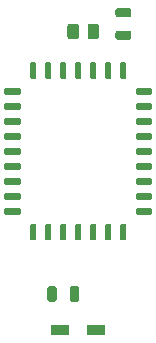
<source format=gtp>
G04 #@! TF.GenerationSoftware,KiCad,Pcbnew,(5.1.5-0-10_14)*
G04 #@! TF.CreationDate,2020-12-14T09:21:21-05:00*
G04 #@! TF.ProjectId,GW28R8128,47573238-5238-4313-9238-2e6b69636164,rev?*
G04 #@! TF.SameCoordinates,Original*
G04 #@! TF.FileFunction,Paste,Top*
G04 #@! TF.FilePolarity,Positive*
%FSLAX46Y46*%
G04 Gerber Fmt 4.6, Leading zero omitted, Abs format (unit mm)*
G04 Created by KiCad (PCBNEW (5.1.5-0-10_14)) date 2020-12-14 09:21:21*
%MOMM*%
%LPD*%
G04 APERTURE LIST*
%ADD10C,0.100000*%
%ADD11R,1.623800X0.823800*%
G04 APERTURE END LIST*
D10*
G36*
X49673785Y-29293731D02*
G01*
X49686497Y-29295616D01*
X49698963Y-29298739D01*
X49711062Y-29303068D01*
X49722679Y-29308562D01*
X49733702Y-29315169D01*
X49744024Y-29322824D01*
X49753546Y-29331454D01*
X49762176Y-29340976D01*
X49769831Y-29351298D01*
X49776438Y-29362321D01*
X49781932Y-29373938D01*
X49786261Y-29386037D01*
X49789384Y-29398503D01*
X49791269Y-29411215D01*
X49791900Y-29424050D01*
X49791900Y-30560950D01*
X49791269Y-30573785D01*
X49789384Y-30586497D01*
X49786261Y-30598963D01*
X49781932Y-30611062D01*
X49776438Y-30622679D01*
X49769831Y-30633702D01*
X49762176Y-30644024D01*
X49753546Y-30653546D01*
X49744024Y-30662176D01*
X49733702Y-30669831D01*
X49722679Y-30676438D01*
X49711062Y-30681932D01*
X49698963Y-30686261D01*
X49686497Y-30689384D01*
X49673785Y-30691269D01*
X49660950Y-30691900D01*
X49399050Y-30691900D01*
X49386215Y-30691269D01*
X49373503Y-30689384D01*
X49361037Y-30686261D01*
X49348938Y-30681932D01*
X49337321Y-30676438D01*
X49326298Y-30669831D01*
X49315976Y-30662176D01*
X49306454Y-30653546D01*
X49297824Y-30644024D01*
X49290169Y-30633702D01*
X49283562Y-30622679D01*
X49278068Y-30611062D01*
X49273739Y-30598963D01*
X49270616Y-30586497D01*
X49268731Y-30573785D01*
X49268100Y-30560950D01*
X49268100Y-29424050D01*
X49268731Y-29411215D01*
X49270616Y-29398503D01*
X49273739Y-29386037D01*
X49278068Y-29373938D01*
X49283562Y-29362321D01*
X49290169Y-29351298D01*
X49297824Y-29340976D01*
X49306454Y-29331454D01*
X49315976Y-29322824D01*
X49326298Y-29315169D01*
X49337321Y-29308562D01*
X49348938Y-29303068D01*
X49361037Y-29298739D01*
X49373503Y-29295616D01*
X49386215Y-29293731D01*
X49399050Y-29293100D01*
X49660950Y-29293100D01*
X49673785Y-29293731D01*
G37*
G36*
X50943785Y-29293731D02*
G01*
X50956497Y-29295616D01*
X50968963Y-29298739D01*
X50981062Y-29303068D01*
X50992679Y-29308562D01*
X51003702Y-29315169D01*
X51014024Y-29322824D01*
X51023546Y-29331454D01*
X51032176Y-29340976D01*
X51039831Y-29351298D01*
X51046438Y-29362321D01*
X51051932Y-29373938D01*
X51056261Y-29386037D01*
X51059384Y-29398503D01*
X51061269Y-29411215D01*
X51061900Y-29424050D01*
X51061900Y-30560950D01*
X51061269Y-30573785D01*
X51059384Y-30586497D01*
X51056261Y-30598963D01*
X51051932Y-30611062D01*
X51046438Y-30622679D01*
X51039831Y-30633702D01*
X51032176Y-30644024D01*
X51023546Y-30653546D01*
X51014024Y-30662176D01*
X51003702Y-30669831D01*
X50992679Y-30676438D01*
X50981062Y-30681932D01*
X50968963Y-30686261D01*
X50956497Y-30689384D01*
X50943785Y-30691269D01*
X50930950Y-30691900D01*
X50669050Y-30691900D01*
X50656215Y-30691269D01*
X50643503Y-30689384D01*
X50631037Y-30686261D01*
X50618938Y-30681932D01*
X50607321Y-30676438D01*
X50596298Y-30669831D01*
X50585976Y-30662176D01*
X50576454Y-30653546D01*
X50567824Y-30644024D01*
X50560169Y-30633702D01*
X50553562Y-30622679D01*
X50548068Y-30611062D01*
X50543739Y-30598963D01*
X50540616Y-30586497D01*
X50538731Y-30573785D01*
X50538100Y-30560950D01*
X50538100Y-29424050D01*
X50538731Y-29411215D01*
X50540616Y-29398503D01*
X50543739Y-29386037D01*
X50548068Y-29373938D01*
X50553562Y-29362321D01*
X50560169Y-29351298D01*
X50567824Y-29340976D01*
X50576454Y-29331454D01*
X50585976Y-29322824D01*
X50596298Y-29315169D01*
X50607321Y-29308562D01*
X50618938Y-29303068D01*
X50631037Y-29298739D01*
X50643503Y-29295616D01*
X50656215Y-29293731D01*
X50669050Y-29293100D01*
X50930950Y-29293100D01*
X50943785Y-29293731D01*
G37*
G36*
X52213785Y-29293731D02*
G01*
X52226497Y-29295616D01*
X52238963Y-29298739D01*
X52251062Y-29303068D01*
X52262679Y-29308562D01*
X52273702Y-29315169D01*
X52284024Y-29322824D01*
X52293546Y-29331454D01*
X52302176Y-29340976D01*
X52309831Y-29351298D01*
X52316438Y-29362321D01*
X52321932Y-29373938D01*
X52326261Y-29386037D01*
X52329384Y-29398503D01*
X52331269Y-29411215D01*
X52331900Y-29424050D01*
X52331900Y-30560950D01*
X52331269Y-30573785D01*
X52329384Y-30586497D01*
X52326261Y-30598963D01*
X52321932Y-30611062D01*
X52316438Y-30622679D01*
X52309831Y-30633702D01*
X52302176Y-30644024D01*
X52293546Y-30653546D01*
X52284024Y-30662176D01*
X52273702Y-30669831D01*
X52262679Y-30676438D01*
X52251062Y-30681932D01*
X52238963Y-30686261D01*
X52226497Y-30689384D01*
X52213785Y-30691269D01*
X52200950Y-30691900D01*
X51939050Y-30691900D01*
X51926215Y-30691269D01*
X51913503Y-30689384D01*
X51901037Y-30686261D01*
X51888938Y-30681932D01*
X51877321Y-30676438D01*
X51866298Y-30669831D01*
X51855976Y-30662176D01*
X51846454Y-30653546D01*
X51837824Y-30644024D01*
X51830169Y-30633702D01*
X51823562Y-30622679D01*
X51818068Y-30611062D01*
X51813739Y-30598963D01*
X51810616Y-30586497D01*
X51808731Y-30573785D01*
X51808100Y-30560950D01*
X51808100Y-29424050D01*
X51808731Y-29411215D01*
X51810616Y-29398503D01*
X51813739Y-29386037D01*
X51818068Y-29373938D01*
X51823562Y-29362321D01*
X51830169Y-29351298D01*
X51837824Y-29340976D01*
X51846454Y-29331454D01*
X51855976Y-29322824D01*
X51866298Y-29315169D01*
X51877321Y-29308562D01*
X51888938Y-29303068D01*
X51901037Y-29298739D01*
X51913503Y-29295616D01*
X51926215Y-29293731D01*
X51939050Y-29293100D01*
X52200950Y-29293100D01*
X52213785Y-29293731D01*
G37*
G36*
X54403785Y-31488731D02*
G01*
X54416497Y-31490616D01*
X54428963Y-31493739D01*
X54441062Y-31498068D01*
X54452679Y-31503562D01*
X54463702Y-31510169D01*
X54474024Y-31517824D01*
X54483546Y-31526454D01*
X54492176Y-31535976D01*
X54499831Y-31546298D01*
X54506438Y-31557321D01*
X54511932Y-31568938D01*
X54516261Y-31581037D01*
X54519384Y-31593503D01*
X54521269Y-31606215D01*
X54521900Y-31619050D01*
X54521900Y-31880950D01*
X54521269Y-31893785D01*
X54519384Y-31906497D01*
X54516261Y-31918963D01*
X54511932Y-31931062D01*
X54506438Y-31942679D01*
X54499831Y-31953702D01*
X54492176Y-31964024D01*
X54483546Y-31973546D01*
X54474024Y-31982176D01*
X54463702Y-31989831D01*
X54452679Y-31996438D01*
X54441062Y-32001932D01*
X54428963Y-32006261D01*
X54416497Y-32009384D01*
X54403785Y-32011269D01*
X54390950Y-32011900D01*
X53254050Y-32011900D01*
X53241215Y-32011269D01*
X53228503Y-32009384D01*
X53216037Y-32006261D01*
X53203938Y-32001932D01*
X53192321Y-31996438D01*
X53181298Y-31989831D01*
X53170976Y-31982176D01*
X53161454Y-31973546D01*
X53152824Y-31964024D01*
X53145169Y-31953702D01*
X53138562Y-31942679D01*
X53133068Y-31931062D01*
X53128739Y-31918963D01*
X53125616Y-31906497D01*
X53123731Y-31893785D01*
X53123100Y-31880950D01*
X53123100Y-31619050D01*
X53123731Y-31606215D01*
X53125616Y-31593503D01*
X53128739Y-31581037D01*
X53133068Y-31568938D01*
X53138562Y-31557321D01*
X53145169Y-31546298D01*
X53152824Y-31535976D01*
X53161454Y-31526454D01*
X53170976Y-31517824D01*
X53181298Y-31510169D01*
X53192321Y-31503562D01*
X53203938Y-31498068D01*
X53216037Y-31493739D01*
X53228503Y-31490616D01*
X53241215Y-31488731D01*
X53254050Y-31488100D01*
X54390950Y-31488100D01*
X54403785Y-31488731D01*
G37*
G36*
X54403785Y-32758731D02*
G01*
X54416497Y-32760616D01*
X54428963Y-32763739D01*
X54441062Y-32768068D01*
X54452679Y-32773562D01*
X54463702Y-32780169D01*
X54474024Y-32787824D01*
X54483546Y-32796454D01*
X54492176Y-32805976D01*
X54499831Y-32816298D01*
X54506438Y-32827321D01*
X54511932Y-32838938D01*
X54516261Y-32851037D01*
X54519384Y-32863503D01*
X54521269Y-32876215D01*
X54521900Y-32889050D01*
X54521900Y-33150950D01*
X54521269Y-33163785D01*
X54519384Y-33176497D01*
X54516261Y-33188963D01*
X54511932Y-33201062D01*
X54506438Y-33212679D01*
X54499831Y-33223702D01*
X54492176Y-33234024D01*
X54483546Y-33243546D01*
X54474024Y-33252176D01*
X54463702Y-33259831D01*
X54452679Y-33266438D01*
X54441062Y-33271932D01*
X54428963Y-33276261D01*
X54416497Y-33279384D01*
X54403785Y-33281269D01*
X54390950Y-33281900D01*
X53254050Y-33281900D01*
X53241215Y-33281269D01*
X53228503Y-33279384D01*
X53216037Y-33276261D01*
X53203938Y-33271932D01*
X53192321Y-33266438D01*
X53181298Y-33259831D01*
X53170976Y-33252176D01*
X53161454Y-33243546D01*
X53152824Y-33234024D01*
X53145169Y-33223702D01*
X53138562Y-33212679D01*
X53133068Y-33201062D01*
X53128739Y-33188963D01*
X53125616Y-33176497D01*
X53123731Y-33163785D01*
X53123100Y-33150950D01*
X53123100Y-32889050D01*
X53123731Y-32876215D01*
X53125616Y-32863503D01*
X53128739Y-32851037D01*
X53133068Y-32838938D01*
X53138562Y-32827321D01*
X53145169Y-32816298D01*
X53152824Y-32805976D01*
X53161454Y-32796454D01*
X53170976Y-32787824D01*
X53181298Y-32780169D01*
X53192321Y-32773562D01*
X53203938Y-32768068D01*
X53216037Y-32763739D01*
X53228503Y-32760616D01*
X53241215Y-32758731D01*
X53254050Y-32758100D01*
X54390950Y-32758100D01*
X54403785Y-32758731D01*
G37*
G36*
X54403785Y-34028731D02*
G01*
X54416497Y-34030616D01*
X54428963Y-34033739D01*
X54441062Y-34038068D01*
X54452679Y-34043562D01*
X54463702Y-34050169D01*
X54474024Y-34057824D01*
X54483546Y-34066454D01*
X54492176Y-34075976D01*
X54499831Y-34086298D01*
X54506438Y-34097321D01*
X54511932Y-34108938D01*
X54516261Y-34121037D01*
X54519384Y-34133503D01*
X54521269Y-34146215D01*
X54521900Y-34159050D01*
X54521900Y-34420950D01*
X54521269Y-34433785D01*
X54519384Y-34446497D01*
X54516261Y-34458963D01*
X54511932Y-34471062D01*
X54506438Y-34482679D01*
X54499831Y-34493702D01*
X54492176Y-34504024D01*
X54483546Y-34513546D01*
X54474024Y-34522176D01*
X54463702Y-34529831D01*
X54452679Y-34536438D01*
X54441062Y-34541932D01*
X54428963Y-34546261D01*
X54416497Y-34549384D01*
X54403785Y-34551269D01*
X54390950Y-34551900D01*
X53254050Y-34551900D01*
X53241215Y-34551269D01*
X53228503Y-34549384D01*
X53216037Y-34546261D01*
X53203938Y-34541932D01*
X53192321Y-34536438D01*
X53181298Y-34529831D01*
X53170976Y-34522176D01*
X53161454Y-34513546D01*
X53152824Y-34504024D01*
X53145169Y-34493702D01*
X53138562Y-34482679D01*
X53133068Y-34471062D01*
X53128739Y-34458963D01*
X53125616Y-34446497D01*
X53123731Y-34433785D01*
X53123100Y-34420950D01*
X53123100Y-34159050D01*
X53123731Y-34146215D01*
X53125616Y-34133503D01*
X53128739Y-34121037D01*
X53133068Y-34108938D01*
X53138562Y-34097321D01*
X53145169Y-34086298D01*
X53152824Y-34075976D01*
X53161454Y-34066454D01*
X53170976Y-34057824D01*
X53181298Y-34050169D01*
X53192321Y-34043562D01*
X53203938Y-34038068D01*
X53216037Y-34033739D01*
X53228503Y-34030616D01*
X53241215Y-34028731D01*
X53254050Y-34028100D01*
X54390950Y-34028100D01*
X54403785Y-34028731D01*
G37*
G36*
X54403785Y-35298731D02*
G01*
X54416497Y-35300616D01*
X54428963Y-35303739D01*
X54441062Y-35308068D01*
X54452679Y-35313562D01*
X54463702Y-35320169D01*
X54474024Y-35327824D01*
X54483546Y-35336454D01*
X54492176Y-35345976D01*
X54499831Y-35356298D01*
X54506438Y-35367321D01*
X54511932Y-35378938D01*
X54516261Y-35391037D01*
X54519384Y-35403503D01*
X54521269Y-35416215D01*
X54521900Y-35429050D01*
X54521900Y-35690950D01*
X54521269Y-35703785D01*
X54519384Y-35716497D01*
X54516261Y-35728963D01*
X54511932Y-35741062D01*
X54506438Y-35752679D01*
X54499831Y-35763702D01*
X54492176Y-35774024D01*
X54483546Y-35783546D01*
X54474024Y-35792176D01*
X54463702Y-35799831D01*
X54452679Y-35806438D01*
X54441062Y-35811932D01*
X54428963Y-35816261D01*
X54416497Y-35819384D01*
X54403785Y-35821269D01*
X54390950Y-35821900D01*
X53254050Y-35821900D01*
X53241215Y-35821269D01*
X53228503Y-35819384D01*
X53216037Y-35816261D01*
X53203938Y-35811932D01*
X53192321Y-35806438D01*
X53181298Y-35799831D01*
X53170976Y-35792176D01*
X53161454Y-35783546D01*
X53152824Y-35774024D01*
X53145169Y-35763702D01*
X53138562Y-35752679D01*
X53133068Y-35741062D01*
X53128739Y-35728963D01*
X53125616Y-35716497D01*
X53123731Y-35703785D01*
X53123100Y-35690950D01*
X53123100Y-35429050D01*
X53123731Y-35416215D01*
X53125616Y-35403503D01*
X53128739Y-35391037D01*
X53133068Y-35378938D01*
X53138562Y-35367321D01*
X53145169Y-35356298D01*
X53152824Y-35345976D01*
X53161454Y-35336454D01*
X53170976Y-35327824D01*
X53181298Y-35320169D01*
X53192321Y-35313562D01*
X53203938Y-35308068D01*
X53216037Y-35303739D01*
X53228503Y-35300616D01*
X53241215Y-35298731D01*
X53254050Y-35298100D01*
X54390950Y-35298100D01*
X54403785Y-35298731D01*
G37*
G36*
X54403785Y-36568731D02*
G01*
X54416497Y-36570616D01*
X54428963Y-36573739D01*
X54441062Y-36578068D01*
X54452679Y-36583562D01*
X54463702Y-36590169D01*
X54474024Y-36597824D01*
X54483546Y-36606454D01*
X54492176Y-36615976D01*
X54499831Y-36626298D01*
X54506438Y-36637321D01*
X54511932Y-36648938D01*
X54516261Y-36661037D01*
X54519384Y-36673503D01*
X54521269Y-36686215D01*
X54521900Y-36699050D01*
X54521900Y-36960950D01*
X54521269Y-36973785D01*
X54519384Y-36986497D01*
X54516261Y-36998963D01*
X54511932Y-37011062D01*
X54506438Y-37022679D01*
X54499831Y-37033702D01*
X54492176Y-37044024D01*
X54483546Y-37053546D01*
X54474024Y-37062176D01*
X54463702Y-37069831D01*
X54452679Y-37076438D01*
X54441062Y-37081932D01*
X54428963Y-37086261D01*
X54416497Y-37089384D01*
X54403785Y-37091269D01*
X54390950Y-37091900D01*
X53254050Y-37091900D01*
X53241215Y-37091269D01*
X53228503Y-37089384D01*
X53216037Y-37086261D01*
X53203938Y-37081932D01*
X53192321Y-37076438D01*
X53181298Y-37069831D01*
X53170976Y-37062176D01*
X53161454Y-37053546D01*
X53152824Y-37044024D01*
X53145169Y-37033702D01*
X53138562Y-37022679D01*
X53133068Y-37011062D01*
X53128739Y-36998963D01*
X53125616Y-36986497D01*
X53123731Y-36973785D01*
X53123100Y-36960950D01*
X53123100Y-36699050D01*
X53123731Y-36686215D01*
X53125616Y-36673503D01*
X53128739Y-36661037D01*
X53133068Y-36648938D01*
X53138562Y-36637321D01*
X53145169Y-36626298D01*
X53152824Y-36615976D01*
X53161454Y-36606454D01*
X53170976Y-36597824D01*
X53181298Y-36590169D01*
X53192321Y-36583562D01*
X53203938Y-36578068D01*
X53216037Y-36573739D01*
X53228503Y-36570616D01*
X53241215Y-36568731D01*
X53254050Y-36568100D01*
X54390950Y-36568100D01*
X54403785Y-36568731D01*
G37*
G36*
X54403785Y-37838731D02*
G01*
X54416497Y-37840616D01*
X54428963Y-37843739D01*
X54441062Y-37848068D01*
X54452679Y-37853562D01*
X54463702Y-37860169D01*
X54474024Y-37867824D01*
X54483546Y-37876454D01*
X54492176Y-37885976D01*
X54499831Y-37896298D01*
X54506438Y-37907321D01*
X54511932Y-37918938D01*
X54516261Y-37931037D01*
X54519384Y-37943503D01*
X54521269Y-37956215D01*
X54521900Y-37969050D01*
X54521900Y-38230950D01*
X54521269Y-38243785D01*
X54519384Y-38256497D01*
X54516261Y-38268963D01*
X54511932Y-38281062D01*
X54506438Y-38292679D01*
X54499831Y-38303702D01*
X54492176Y-38314024D01*
X54483546Y-38323546D01*
X54474024Y-38332176D01*
X54463702Y-38339831D01*
X54452679Y-38346438D01*
X54441062Y-38351932D01*
X54428963Y-38356261D01*
X54416497Y-38359384D01*
X54403785Y-38361269D01*
X54390950Y-38361900D01*
X53254050Y-38361900D01*
X53241215Y-38361269D01*
X53228503Y-38359384D01*
X53216037Y-38356261D01*
X53203938Y-38351932D01*
X53192321Y-38346438D01*
X53181298Y-38339831D01*
X53170976Y-38332176D01*
X53161454Y-38323546D01*
X53152824Y-38314024D01*
X53145169Y-38303702D01*
X53138562Y-38292679D01*
X53133068Y-38281062D01*
X53128739Y-38268963D01*
X53125616Y-38256497D01*
X53123731Y-38243785D01*
X53123100Y-38230950D01*
X53123100Y-37969050D01*
X53123731Y-37956215D01*
X53125616Y-37943503D01*
X53128739Y-37931037D01*
X53133068Y-37918938D01*
X53138562Y-37907321D01*
X53145169Y-37896298D01*
X53152824Y-37885976D01*
X53161454Y-37876454D01*
X53170976Y-37867824D01*
X53181298Y-37860169D01*
X53192321Y-37853562D01*
X53203938Y-37848068D01*
X53216037Y-37843739D01*
X53228503Y-37840616D01*
X53241215Y-37838731D01*
X53254050Y-37838100D01*
X54390950Y-37838100D01*
X54403785Y-37838731D01*
G37*
G36*
X54403785Y-39108731D02*
G01*
X54416497Y-39110616D01*
X54428963Y-39113739D01*
X54441062Y-39118068D01*
X54452679Y-39123562D01*
X54463702Y-39130169D01*
X54474024Y-39137824D01*
X54483546Y-39146454D01*
X54492176Y-39155976D01*
X54499831Y-39166298D01*
X54506438Y-39177321D01*
X54511932Y-39188938D01*
X54516261Y-39201037D01*
X54519384Y-39213503D01*
X54521269Y-39226215D01*
X54521900Y-39239050D01*
X54521900Y-39500950D01*
X54521269Y-39513785D01*
X54519384Y-39526497D01*
X54516261Y-39538963D01*
X54511932Y-39551062D01*
X54506438Y-39562679D01*
X54499831Y-39573702D01*
X54492176Y-39584024D01*
X54483546Y-39593546D01*
X54474024Y-39602176D01*
X54463702Y-39609831D01*
X54452679Y-39616438D01*
X54441062Y-39621932D01*
X54428963Y-39626261D01*
X54416497Y-39629384D01*
X54403785Y-39631269D01*
X54390950Y-39631900D01*
X53254050Y-39631900D01*
X53241215Y-39631269D01*
X53228503Y-39629384D01*
X53216037Y-39626261D01*
X53203938Y-39621932D01*
X53192321Y-39616438D01*
X53181298Y-39609831D01*
X53170976Y-39602176D01*
X53161454Y-39593546D01*
X53152824Y-39584024D01*
X53145169Y-39573702D01*
X53138562Y-39562679D01*
X53133068Y-39551062D01*
X53128739Y-39538963D01*
X53125616Y-39526497D01*
X53123731Y-39513785D01*
X53123100Y-39500950D01*
X53123100Y-39239050D01*
X53123731Y-39226215D01*
X53125616Y-39213503D01*
X53128739Y-39201037D01*
X53133068Y-39188938D01*
X53138562Y-39177321D01*
X53145169Y-39166298D01*
X53152824Y-39155976D01*
X53161454Y-39146454D01*
X53170976Y-39137824D01*
X53181298Y-39130169D01*
X53192321Y-39123562D01*
X53203938Y-39118068D01*
X53216037Y-39113739D01*
X53228503Y-39110616D01*
X53241215Y-39108731D01*
X53254050Y-39108100D01*
X54390950Y-39108100D01*
X54403785Y-39108731D01*
G37*
G36*
X54403785Y-40378731D02*
G01*
X54416497Y-40380616D01*
X54428963Y-40383739D01*
X54441062Y-40388068D01*
X54452679Y-40393562D01*
X54463702Y-40400169D01*
X54474024Y-40407824D01*
X54483546Y-40416454D01*
X54492176Y-40425976D01*
X54499831Y-40436298D01*
X54506438Y-40447321D01*
X54511932Y-40458938D01*
X54516261Y-40471037D01*
X54519384Y-40483503D01*
X54521269Y-40496215D01*
X54521900Y-40509050D01*
X54521900Y-40770950D01*
X54521269Y-40783785D01*
X54519384Y-40796497D01*
X54516261Y-40808963D01*
X54511932Y-40821062D01*
X54506438Y-40832679D01*
X54499831Y-40843702D01*
X54492176Y-40854024D01*
X54483546Y-40863546D01*
X54474024Y-40872176D01*
X54463702Y-40879831D01*
X54452679Y-40886438D01*
X54441062Y-40891932D01*
X54428963Y-40896261D01*
X54416497Y-40899384D01*
X54403785Y-40901269D01*
X54390950Y-40901900D01*
X53254050Y-40901900D01*
X53241215Y-40901269D01*
X53228503Y-40899384D01*
X53216037Y-40896261D01*
X53203938Y-40891932D01*
X53192321Y-40886438D01*
X53181298Y-40879831D01*
X53170976Y-40872176D01*
X53161454Y-40863546D01*
X53152824Y-40854024D01*
X53145169Y-40843702D01*
X53138562Y-40832679D01*
X53133068Y-40821062D01*
X53128739Y-40808963D01*
X53125616Y-40796497D01*
X53123731Y-40783785D01*
X53123100Y-40770950D01*
X53123100Y-40509050D01*
X53123731Y-40496215D01*
X53125616Y-40483503D01*
X53128739Y-40471037D01*
X53133068Y-40458938D01*
X53138562Y-40447321D01*
X53145169Y-40436298D01*
X53152824Y-40425976D01*
X53161454Y-40416454D01*
X53170976Y-40407824D01*
X53181298Y-40400169D01*
X53192321Y-40393562D01*
X53203938Y-40388068D01*
X53216037Y-40383739D01*
X53228503Y-40380616D01*
X53241215Y-40378731D01*
X53254050Y-40378100D01*
X54390950Y-40378100D01*
X54403785Y-40378731D01*
G37*
G36*
X54403785Y-41648731D02*
G01*
X54416497Y-41650616D01*
X54428963Y-41653739D01*
X54441062Y-41658068D01*
X54452679Y-41663562D01*
X54463702Y-41670169D01*
X54474024Y-41677824D01*
X54483546Y-41686454D01*
X54492176Y-41695976D01*
X54499831Y-41706298D01*
X54506438Y-41717321D01*
X54511932Y-41728938D01*
X54516261Y-41741037D01*
X54519384Y-41753503D01*
X54521269Y-41766215D01*
X54521900Y-41779050D01*
X54521900Y-42040950D01*
X54521269Y-42053785D01*
X54519384Y-42066497D01*
X54516261Y-42078963D01*
X54511932Y-42091062D01*
X54506438Y-42102679D01*
X54499831Y-42113702D01*
X54492176Y-42124024D01*
X54483546Y-42133546D01*
X54474024Y-42142176D01*
X54463702Y-42149831D01*
X54452679Y-42156438D01*
X54441062Y-42161932D01*
X54428963Y-42166261D01*
X54416497Y-42169384D01*
X54403785Y-42171269D01*
X54390950Y-42171900D01*
X53254050Y-42171900D01*
X53241215Y-42171269D01*
X53228503Y-42169384D01*
X53216037Y-42166261D01*
X53203938Y-42161932D01*
X53192321Y-42156438D01*
X53181298Y-42149831D01*
X53170976Y-42142176D01*
X53161454Y-42133546D01*
X53152824Y-42124024D01*
X53145169Y-42113702D01*
X53138562Y-42102679D01*
X53133068Y-42091062D01*
X53128739Y-42078963D01*
X53125616Y-42066497D01*
X53123731Y-42053785D01*
X53123100Y-42040950D01*
X53123100Y-41779050D01*
X53123731Y-41766215D01*
X53125616Y-41753503D01*
X53128739Y-41741037D01*
X53133068Y-41728938D01*
X53138562Y-41717321D01*
X53145169Y-41706298D01*
X53152824Y-41695976D01*
X53161454Y-41686454D01*
X53170976Y-41677824D01*
X53181298Y-41670169D01*
X53192321Y-41663562D01*
X53203938Y-41658068D01*
X53216037Y-41653739D01*
X53228503Y-41650616D01*
X53241215Y-41648731D01*
X53254050Y-41648100D01*
X54390950Y-41648100D01*
X54403785Y-41648731D01*
G37*
G36*
X52213785Y-42968731D02*
G01*
X52226497Y-42970616D01*
X52238963Y-42973739D01*
X52251062Y-42978068D01*
X52262679Y-42983562D01*
X52273702Y-42990169D01*
X52284024Y-42997824D01*
X52293546Y-43006454D01*
X52302176Y-43015976D01*
X52309831Y-43026298D01*
X52316438Y-43037321D01*
X52321932Y-43048938D01*
X52326261Y-43061037D01*
X52329384Y-43073503D01*
X52331269Y-43086215D01*
X52331900Y-43099050D01*
X52331900Y-44235950D01*
X52331269Y-44248785D01*
X52329384Y-44261497D01*
X52326261Y-44273963D01*
X52321932Y-44286062D01*
X52316438Y-44297679D01*
X52309831Y-44308702D01*
X52302176Y-44319024D01*
X52293546Y-44328546D01*
X52284024Y-44337176D01*
X52273702Y-44344831D01*
X52262679Y-44351438D01*
X52251062Y-44356932D01*
X52238963Y-44361261D01*
X52226497Y-44364384D01*
X52213785Y-44366269D01*
X52200950Y-44366900D01*
X51939050Y-44366900D01*
X51926215Y-44366269D01*
X51913503Y-44364384D01*
X51901037Y-44361261D01*
X51888938Y-44356932D01*
X51877321Y-44351438D01*
X51866298Y-44344831D01*
X51855976Y-44337176D01*
X51846454Y-44328546D01*
X51837824Y-44319024D01*
X51830169Y-44308702D01*
X51823562Y-44297679D01*
X51818068Y-44286062D01*
X51813739Y-44273963D01*
X51810616Y-44261497D01*
X51808731Y-44248785D01*
X51808100Y-44235950D01*
X51808100Y-43099050D01*
X51808731Y-43086215D01*
X51810616Y-43073503D01*
X51813739Y-43061037D01*
X51818068Y-43048938D01*
X51823562Y-43037321D01*
X51830169Y-43026298D01*
X51837824Y-43015976D01*
X51846454Y-43006454D01*
X51855976Y-42997824D01*
X51866298Y-42990169D01*
X51877321Y-42983562D01*
X51888938Y-42978068D01*
X51901037Y-42973739D01*
X51913503Y-42970616D01*
X51926215Y-42968731D01*
X51939050Y-42968100D01*
X52200950Y-42968100D01*
X52213785Y-42968731D01*
G37*
G36*
X50943785Y-42968731D02*
G01*
X50956497Y-42970616D01*
X50968963Y-42973739D01*
X50981062Y-42978068D01*
X50992679Y-42983562D01*
X51003702Y-42990169D01*
X51014024Y-42997824D01*
X51023546Y-43006454D01*
X51032176Y-43015976D01*
X51039831Y-43026298D01*
X51046438Y-43037321D01*
X51051932Y-43048938D01*
X51056261Y-43061037D01*
X51059384Y-43073503D01*
X51061269Y-43086215D01*
X51061900Y-43099050D01*
X51061900Y-44235950D01*
X51061269Y-44248785D01*
X51059384Y-44261497D01*
X51056261Y-44273963D01*
X51051932Y-44286062D01*
X51046438Y-44297679D01*
X51039831Y-44308702D01*
X51032176Y-44319024D01*
X51023546Y-44328546D01*
X51014024Y-44337176D01*
X51003702Y-44344831D01*
X50992679Y-44351438D01*
X50981062Y-44356932D01*
X50968963Y-44361261D01*
X50956497Y-44364384D01*
X50943785Y-44366269D01*
X50930950Y-44366900D01*
X50669050Y-44366900D01*
X50656215Y-44366269D01*
X50643503Y-44364384D01*
X50631037Y-44361261D01*
X50618938Y-44356932D01*
X50607321Y-44351438D01*
X50596298Y-44344831D01*
X50585976Y-44337176D01*
X50576454Y-44328546D01*
X50567824Y-44319024D01*
X50560169Y-44308702D01*
X50553562Y-44297679D01*
X50548068Y-44286062D01*
X50543739Y-44273963D01*
X50540616Y-44261497D01*
X50538731Y-44248785D01*
X50538100Y-44235950D01*
X50538100Y-43099050D01*
X50538731Y-43086215D01*
X50540616Y-43073503D01*
X50543739Y-43061037D01*
X50548068Y-43048938D01*
X50553562Y-43037321D01*
X50560169Y-43026298D01*
X50567824Y-43015976D01*
X50576454Y-43006454D01*
X50585976Y-42997824D01*
X50596298Y-42990169D01*
X50607321Y-42983562D01*
X50618938Y-42978068D01*
X50631037Y-42973739D01*
X50643503Y-42970616D01*
X50656215Y-42968731D01*
X50669050Y-42968100D01*
X50930950Y-42968100D01*
X50943785Y-42968731D01*
G37*
G36*
X49673785Y-42968731D02*
G01*
X49686497Y-42970616D01*
X49698963Y-42973739D01*
X49711062Y-42978068D01*
X49722679Y-42983562D01*
X49733702Y-42990169D01*
X49744024Y-42997824D01*
X49753546Y-43006454D01*
X49762176Y-43015976D01*
X49769831Y-43026298D01*
X49776438Y-43037321D01*
X49781932Y-43048938D01*
X49786261Y-43061037D01*
X49789384Y-43073503D01*
X49791269Y-43086215D01*
X49791900Y-43099050D01*
X49791900Y-44235950D01*
X49791269Y-44248785D01*
X49789384Y-44261497D01*
X49786261Y-44273963D01*
X49781932Y-44286062D01*
X49776438Y-44297679D01*
X49769831Y-44308702D01*
X49762176Y-44319024D01*
X49753546Y-44328546D01*
X49744024Y-44337176D01*
X49733702Y-44344831D01*
X49722679Y-44351438D01*
X49711062Y-44356932D01*
X49698963Y-44361261D01*
X49686497Y-44364384D01*
X49673785Y-44366269D01*
X49660950Y-44366900D01*
X49399050Y-44366900D01*
X49386215Y-44366269D01*
X49373503Y-44364384D01*
X49361037Y-44361261D01*
X49348938Y-44356932D01*
X49337321Y-44351438D01*
X49326298Y-44344831D01*
X49315976Y-44337176D01*
X49306454Y-44328546D01*
X49297824Y-44319024D01*
X49290169Y-44308702D01*
X49283562Y-44297679D01*
X49278068Y-44286062D01*
X49273739Y-44273963D01*
X49270616Y-44261497D01*
X49268731Y-44248785D01*
X49268100Y-44235950D01*
X49268100Y-43099050D01*
X49268731Y-43086215D01*
X49270616Y-43073503D01*
X49273739Y-43061037D01*
X49278068Y-43048938D01*
X49283562Y-43037321D01*
X49290169Y-43026298D01*
X49297824Y-43015976D01*
X49306454Y-43006454D01*
X49315976Y-42997824D01*
X49326298Y-42990169D01*
X49337321Y-42983562D01*
X49348938Y-42978068D01*
X49361037Y-42973739D01*
X49373503Y-42970616D01*
X49386215Y-42968731D01*
X49399050Y-42968100D01*
X49660950Y-42968100D01*
X49673785Y-42968731D01*
G37*
G36*
X48403785Y-42968731D02*
G01*
X48416497Y-42970616D01*
X48428963Y-42973739D01*
X48441062Y-42978068D01*
X48452679Y-42983562D01*
X48463702Y-42990169D01*
X48474024Y-42997824D01*
X48483546Y-43006454D01*
X48492176Y-43015976D01*
X48499831Y-43026298D01*
X48506438Y-43037321D01*
X48511932Y-43048938D01*
X48516261Y-43061037D01*
X48519384Y-43073503D01*
X48521269Y-43086215D01*
X48521900Y-43099050D01*
X48521900Y-44235950D01*
X48521269Y-44248785D01*
X48519384Y-44261497D01*
X48516261Y-44273963D01*
X48511932Y-44286062D01*
X48506438Y-44297679D01*
X48499831Y-44308702D01*
X48492176Y-44319024D01*
X48483546Y-44328546D01*
X48474024Y-44337176D01*
X48463702Y-44344831D01*
X48452679Y-44351438D01*
X48441062Y-44356932D01*
X48428963Y-44361261D01*
X48416497Y-44364384D01*
X48403785Y-44366269D01*
X48390950Y-44366900D01*
X48129050Y-44366900D01*
X48116215Y-44366269D01*
X48103503Y-44364384D01*
X48091037Y-44361261D01*
X48078938Y-44356932D01*
X48067321Y-44351438D01*
X48056298Y-44344831D01*
X48045976Y-44337176D01*
X48036454Y-44328546D01*
X48027824Y-44319024D01*
X48020169Y-44308702D01*
X48013562Y-44297679D01*
X48008068Y-44286062D01*
X48003739Y-44273963D01*
X48000616Y-44261497D01*
X47998731Y-44248785D01*
X47998100Y-44235950D01*
X47998100Y-43099050D01*
X47998731Y-43086215D01*
X48000616Y-43073503D01*
X48003739Y-43061037D01*
X48008068Y-43048938D01*
X48013562Y-43037321D01*
X48020169Y-43026298D01*
X48027824Y-43015976D01*
X48036454Y-43006454D01*
X48045976Y-42997824D01*
X48056298Y-42990169D01*
X48067321Y-42983562D01*
X48078938Y-42978068D01*
X48091037Y-42973739D01*
X48103503Y-42970616D01*
X48116215Y-42968731D01*
X48129050Y-42968100D01*
X48390950Y-42968100D01*
X48403785Y-42968731D01*
G37*
G36*
X47133785Y-42968731D02*
G01*
X47146497Y-42970616D01*
X47158963Y-42973739D01*
X47171062Y-42978068D01*
X47182679Y-42983562D01*
X47193702Y-42990169D01*
X47204024Y-42997824D01*
X47213546Y-43006454D01*
X47222176Y-43015976D01*
X47229831Y-43026298D01*
X47236438Y-43037321D01*
X47241932Y-43048938D01*
X47246261Y-43061037D01*
X47249384Y-43073503D01*
X47251269Y-43086215D01*
X47251900Y-43099050D01*
X47251900Y-44235950D01*
X47251269Y-44248785D01*
X47249384Y-44261497D01*
X47246261Y-44273963D01*
X47241932Y-44286062D01*
X47236438Y-44297679D01*
X47229831Y-44308702D01*
X47222176Y-44319024D01*
X47213546Y-44328546D01*
X47204024Y-44337176D01*
X47193702Y-44344831D01*
X47182679Y-44351438D01*
X47171062Y-44356932D01*
X47158963Y-44361261D01*
X47146497Y-44364384D01*
X47133785Y-44366269D01*
X47120950Y-44366900D01*
X46859050Y-44366900D01*
X46846215Y-44366269D01*
X46833503Y-44364384D01*
X46821037Y-44361261D01*
X46808938Y-44356932D01*
X46797321Y-44351438D01*
X46786298Y-44344831D01*
X46775976Y-44337176D01*
X46766454Y-44328546D01*
X46757824Y-44319024D01*
X46750169Y-44308702D01*
X46743562Y-44297679D01*
X46738068Y-44286062D01*
X46733739Y-44273963D01*
X46730616Y-44261497D01*
X46728731Y-44248785D01*
X46728100Y-44235950D01*
X46728100Y-43099050D01*
X46728731Y-43086215D01*
X46730616Y-43073503D01*
X46733739Y-43061037D01*
X46738068Y-43048938D01*
X46743562Y-43037321D01*
X46750169Y-43026298D01*
X46757824Y-43015976D01*
X46766454Y-43006454D01*
X46775976Y-42997824D01*
X46786298Y-42990169D01*
X46797321Y-42983562D01*
X46808938Y-42978068D01*
X46821037Y-42973739D01*
X46833503Y-42970616D01*
X46846215Y-42968731D01*
X46859050Y-42968100D01*
X47120950Y-42968100D01*
X47133785Y-42968731D01*
G37*
G36*
X45863785Y-42968731D02*
G01*
X45876497Y-42970616D01*
X45888963Y-42973739D01*
X45901062Y-42978068D01*
X45912679Y-42983562D01*
X45923702Y-42990169D01*
X45934024Y-42997824D01*
X45943546Y-43006454D01*
X45952176Y-43015976D01*
X45959831Y-43026298D01*
X45966438Y-43037321D01*
X45971932Y-43048938D01*
X45976261Y-43061037D01*
X45979384Y-43073503D01*
X45981269Y-43086215D01*
X45981900Y-43099050D01*
X45981900Y-44235950D01*
X45981269Y-44248785D01*
X45979384Y-44261497D01*
X45976261Y-44273963D01*
X45971932Y-44286062D01*
X45966438Y-44297679D01*
X45959831Y-44308702D01*
X45952176Y-44319024D01*
X45943546Y-44328546D01*
X45934024Y-44337176D01*
X45923702Y-44344831D01*
X45912679Y-44351438D01*
X45901062Y-44356932D01*
X45888963Y-44361261D01*
X45876497Y-44364384D01*
X45863785Y-44366269D01*
X45850950Y-44366900D01*
X45589050Y-44366900D01*
X45576215Y-44366269D01*
X45563503Y-44364384D01*
X45551037Y-44361261D01*
X45538938Y-44356932D01*
X45527321Y-44351438D01*
X45516298Y-44344831D01*
X45505976Y-44337176D01*
X45496454Y-44328546D01*
X45487824Y-44319024D01*
X45480169Y-44308702D01*
X45473562Y-44297679D01*
X45468068Y-44286062D01*
X45463739Y-44273963D01*
X45460616Y-44261497D01*
X45458731Y-44248785D01*
X45458100Y-44235950D01*
X45458100Y-43099050D01*
X45458731Y-43086215D01*
X45460616Y-43073503D01*
X45463739Y-43061037D01*
X45468068Y-43048938D01*
X45473562Y-43037321D01*
X45480169Y-43026298D01*
X45487824Y-43015976D01*
X45496454Y-43006454D01*
X45505976Y-42997824D01*
X45516298Y-42990169D01*
X45527321Y-42983562D01*
X45538938Y-42978068D01*
X45551037Y-42973739D01*
X45563503Y-42970616D01*
X45576215Y-42968731D01*
X45589050Y-42968100D01*
X45850950Y-42968100D01*
X45863785Y-42968731D01*
G37*
G36*
X44593785Y-42968731D02*
G01*
X44606497Y-42970616D01*
X44618963Y-42973739D01*
X44631062Y-42978068D01*
X44642679Y-42983562D01*
X44653702Y-42990169D01*
X44664024Y-42997824D01*
X44673546Y-43006454D01*
X44682176Y-43015976D01*
X44689831Y-43026298D01*
X44696438Y-43037321D01*
X44701932Y-43048938D01*
X44706261Y-43061037D01*
X44709384Y-43073503D01*
X44711269Y-43086215D01*
X44711900Y-43099050D01*
X44711900Y-44235950D01*
X44711269Y-44248785D01*
X44709384Y-44261497D01*
X44706261Y-44273963D01*
X44701932Y-44286062D01*
X44696438Y-44297679D01*
X44689831Y-44308702D01*
X44682176Y-44319024D01*
X44673546Y-44328546D01*
X44664024Y-44337176D01*
X44653702Y-44344831D01*
X44642679Y-44351438D01*
X44631062Y-44356932D01*
X44618963Y-44361261D01*
X44606497Y-44364384D01*
X44593785Y-44366269D01*
X44580950Y-44366900D01*
X44319050Y-44366900D01*
X44306215Y-44366269D01*
X44293503Y-44364384D01*
X44281037Y-44361261D01*
X44268938Y-44356932D01*
X44257321Y-44351438D01*
X44246298Y-44344831D01*
X44235976Y-44337176D01*
X44226454Y-44328546D01*
X44217824Y-44319024D01*
X44210169Y-44308702D01*
X44203562Y-44297679D01*
X44198068Y-44286062D01*
X44193739Y-44273963D01*
X44190616Y-44261497D01*
X44188731Y-44248785D01*
X44188100Y-44235950D01*
X44188100Y-43099050D01*
X44188731Y-43086215D01*
X44190616Y-43073503D01*
X44193739Y-43061037D01*
X44198068Y-43048938D01*
X44203562Y-43037321D01*
X44210169Y-43026298D01*
X44217824Y-43015976D01*
X44226454Y-43006454D01*
X44235976Y-42997824D01*
X44246298Y-42990169D01*
X44257321Y-42983562D01*
X44268938Y-42978068D01*
X44281037Y-42973739D01*
X44293503Y-42970616D01*
X44306215Y-42968731D01*
X44319050Y-42968100D01*
X44580950Y-42968100D01*
X44593785Y-42968731D01*
G37*
G36*
X43278785Y-41648731D02*
G01*
X43291497Y-41650616D01*
X43303963Y-41653739D01*
X43316062Y-41658068D01*
X43327679Y-41663562D01*
X43338702Y-41670169D01*
X43349024Y-41677824D01*
X43358546Y-41686454D01*
X43367176Y-41695976D01*
X43374831Y-41706298D01*
X43381438Y-41717321D01*
X43386932Y-41728938D01*
X43391261Y-41741037D01*
X43394384Y-41753503D01*
X43396269Y-41766215D01*
X43396900Y-41779050D01*
X43396900Y-42040950D01*
X43396269Y-42053785D01*
X43394384Y-42066497D01*
X43391261Y-42078963D01*
X43386932Y-42091062D01*
X43381438Y-42102679D01*
X43374831Y-42113702D01*
X43367176Y-42124024D01*
X43358546Y-42133546D01*
X43349024Y-42142176D01*
X43338702Y-42149831D01*
X43327679Y-42156438D01*
X43316062Y-42161932D01*
X43303963Y-42166261D01*
X43291497Y-42169384D01*
X43278785Y-42171269D01*
X43265950Y-42171900D01*
X42129050Y-42171900D01*
X42116215Y-42171269D01*
X42103503Y-42169384D01*
X42091037Y-42166261D01*
X42078938Y-42161932D01*
X42067321Y-42156438D01*
X42056298Y-42149831D01*
X42045976Y-42142176D01*
X42036454Y-42133546D01*
X42027824Y-42124024D01*
X42020169Y-42113702D01*
X42013562Y-42102679D01*
X42008068Y-42091062D01*
X42003739Y-42078963D01*
X42000616Y-42066497D01*
X41998731Y-42053785D01*
X41998100Y-42040950D01*
X41998100Y-41779050D01*
X41998731Y-41766215D01*
X42000616Y-41753503D01*
X42003739Y-41741037D01*
X42008068Y-41728938D01*
X42013562Y-41717321D01*
X42020169Y-41706298D01*
X42027824Y-41695976D01*
X42036454Y-41686454D01*
X42045976Y-41677824D01*
X42056298Y-41670169D01*
X42067321Y-41663562D01*
X42078938Y-41658068D01*
X42091037Y-41653739D01*
X42103503Y-41650616D01*
X42116215Y-41648731D01*
X42129050Y-41648100D01*
X43265950Y-41648100D01*
X43278785Y-41648731D01*
G37*
G36*
X43278785Y-40378731D02*
G01*
X43291497Y-40380616D01*
X43303963Y-40383739D01*
X43316062Y-40388068D01*
X43327679Y-40393562D01*
X43338702Y-40400169D01*
X43349024Y-40407824D01*
X43358546Y-40416454D01*
X43367176Y-40425976D01*
X43374831Y-40436298D01*
X43381438Y-40447321D01*
X43386932Y-40458938D01*
X43391261Y-40471037D01*
X43394384Y-40483503D01*
X43396269Y-40496215D01*
X43396900Y-40509050D01*
X43396900Y-40770950D01*
X43396269Y-40783785D01*
X43394384Y-40796497D01*
X43391261Y-40808963D01*
X43386932Y-40821062D01*
X43381438Y-40832679D01*
X43374831Y-40843702D01*
X43367176Y-40854024D01*
X43358546Y-40863546D01*
X43349024Y-40872176D01*
X43338702Y-40879831D01*
X43327679Y-40886438D01*
X43316062Y-40891932D01*
X43303963Y-40896261D01*
X43291497Y-40899384D01*
X43278785Y-40901269D01*
X43265950Y-40901900D01*
X42129050Y-40901900D01*
X42116215Y-40901269D01*
X42103503Y-40899384D01*
X42091037Y-40896261D01*
X42078938Y-40891932D01*
X42067321Y-40886438D01*
X42056298Y-40879831D01*
X42045976Y-40872176D01*
X42036454Y-40863546D01*
X42027824Y-40854024D01*
X42020169Y-40843702D01*
X42013562Y-40832679D01*
X42008068Y-40821062D01*
X42003739Y-40808963D01*
X42000616Y-40796497D01*
X41998731Y-40783785D01*
X41998100Y-40770950D01*
X41998100Y-40509050D01*
X41998731Y-40496215D01*
X42000616Y-40483503D01*
X42003739Y-40471037D01*
X42008068Y-40458938D01*
X42013562Y-40447321D01*
X42020169Y-40436298D01*
X42027824Y-40425976D01*
X42036454Y-40416454D01*
X42045976Y-40407824D01*
X42056298Y-40400169D01*
X42067321Y-40393562D01*
X42078938Y-40388068D01*
X42091037Y-40383739D01*
X42103503Y-40380616D01*
X42116215Y-40378731D01*
X42129050Y-40378100D01*
X43265950Y-40378100D01*
X43278785Y-40378731D01*
G37*
G36*
X43278785Y-39108731D02*
G01*
X43291497Y-39110616D01*
X43303963Y-39113739D01*
X43316062Y-39118068D01*
X43327679Y-39123562D01*
X43338702Y-39130169D01*
X43349024Y-39137824D01*
X43358546Y-39146454D01*
X43367176Y-39155976D01*
X43374831Y-39166298D01*
X43381438Y-39177321D01*
X43386932Y-39188938D01*
X43391261Y-39201037D01*
X43394384Y-39213503D01*
X43396269Y-39226215D01*
X43396900Y-39239050D01*
X43396900Y-39500950D01*
X43396269Y-39513785D01*
X43394384Y-39526497D01*
X43391261Y-39538963D01*
X43386932Y-39551062D01*
X43381438Y-39562679D01*
X43374831Y-39573702D01*
X43367176Y-39584024D01*
X43358546Y-39593546D01*
X43349024Y-39602176D01*
X43338702Y-39609831D01*
X43327679Y-39616438D01*
X43316062Y-39621932D01*
X43303963Y-39626261D01*
X43291497Y-39629384D01*
X43278785Y-39631269D01*
X43265950Y-39631900D01*
X42129050Y-39631900D01*
X42116215Y-39631269D01*
X42103503Y-39629384D01*
X42091037Y-39626261D01*
X42078938Y-39621932D01*
X42067321Y-39616438D01*
X42056298Y-39609831D01*
X42045976Y-39602176D01*
X42036454Y-39593546D01*
X42027824Y-39584024D01*
X42020169Y-39573702D01*
X42013562Y-39562679D01*
X42008068Y-39551062D01*
X42003739Y-39538963D01*
X42000616Y-39526497D01*
X41998731Y-39513785D01*
X41998100Y-39500950D01*
X41998100Y-39239050D01*
X41998731Y-39226215D01*
X42000616Y-39213503D01*
X42003739Y-39201037D01*
X42008068Y-39188938D01*
X42013562Y-39177321D01*
X42020169Y-39166298D01*
X42027824Y-39155976D01*
X42036454Y-39146454D01*
X42045976Y-39137824D01*
X42056298Y-39130169D01*
X42067321Y-39123562D01*
X42078938Y-39118068D01*
X42091037Y-39113739D01*
X42103503Y-39110616D01*
X42116215Y-39108731D01*
X42129050Y-39108100D01*
X43265950Y-39108100D01*
X43278785Y-39108731D01*
G37*
G36*
X43278785Y-37838731D02*
G01*
X43291497Y-37840616D01*
X43303963Y-37843739D01*
X43316062Y-37848068D01*
X43327679Y-37853562D01*
X43338702Y-37860169D01*
X43349024Y-37867824D01*
X43358546Y-37876454D01*
X43367176Y-37885976D01*
X43374831Y-37896298D01*
X43381438Y-37907321D01*
X43386932Y-37918938D01*
X43391261Y-37931037D01*
X43394384Y-37943503D01*
X43396269Y-37956215D01*
X43396900Y-37969050D01*
X43396900Y-38230950D01*
X43396269Y-38243785D01*
X43394384Y-38256497D01*
X43391261Y-38268963D01*
X43386932Y-38281062D01*
X43381438Y-38292679D01*
X43374831Y-38303702D01*
X43367176Y-38314024D01*
X43358546Y-38323546D01*
X43349024Y-38332176D01*
X43338702Y-38339831D01*
X43327679Y-38346438D01*
X43316062Y-38351932D01*
X43303963Y-38356261D01*
X43291497Y-38359384D01*
X43278785Y-38361269D01*
X43265950Y-38361900D01*
X42129050Y-38361900D01*
X42116215Y-38361269D01*
X42103503Y-38359384D01*
X42091037Y-38356261D01*
X42078938Y-38351932D01*
X42067321Y-38346438D01*
X42056298Y-38339831D01*
X42045976Y-38332176D01*
X42036454Y-38323546D01*
X42027824Y-38314024D01*
X42020169Y-38303702D01*
X42013562Y-38292679D01*
X42008068Y-38281062D01*
X42003739Y-38268963D01*
X42000616Y-38256497D01*
X41998731Y-38243785D01*
X41998100Y-38230950D01*
X41998100Y-37969050D01*
X41998731Y-37956215D01*
X42000616Y-37943503D01*
X42003739Y-37931037D01*
X42008068Y-37918938D01*
X42013562Y-37907321D01*
X42020169Y-37896298D01*
X42027824Y-37885976D01*
X42036454Y-37876454D01*
X42045976Y-37867824D01*
X42056298Y-37860169D01*
X42067321Y-37853562D01*
X42078938Y-37848068D01*
X42091037Y-37843739D01*
X42103503Y-37840616D01*
X42116215Y-37838731D01*
X42129050Y-37838100D01*
X43265950Y-37838100D01*
X43278785Y-37838731D01*
G37*
G36*
X43278785Y-36568731D02*
G01*
X43291497Y-36570616D01*
X43303963Y-36573739D01*
X43316062Y-36578068D01*
X43327679Y-36583562D01*
X43338702Y-36590169D01*
X43349024Y-36597824D01*
X43358546Y-36606454D01*
X43367176Y-36615976D01*
X43374831Y-36626298D01*
X43381438Y-36637321D01*
X43386932Y-36648938D01*
X43391261Y-36661037D01*
X43394384Y-36673503D01*
X43396269Y-36686215D01*
X43396900Y-36699050D01*
X43396900Y-36960950D01*
X43396269Y-36973785D01*
X43394384Y-36986497D01*
X43391261Y-36998963D01*
X43386932Y-37011062D01*
X43381438Y-37022679D01*
X43374831Y-37033702D01*
X43367176Y-37044024D01*
X43358546Y-37053546D01*
X43349024Y-37062176D01*
X43338702Y-37069831D01*
X43327679Y-37076438D01*
X43316062Y-37081932D01*
X43303963Y-37086261D01*
X43291497Y-37089384D01*
X43278785Y-37091269D01*
X43265950Y-37091900D01*
X42129050Y-37091900D01*
X42116215Y-37091269D01*
X42103503Y-37089384D01*
X42091037Y-37086261D01*
X42078938Y-37081932D01*
X42067321Y-37076438D01*
X42056298Y-37069831D01*
X42045976Y-37062176D01*
X42036454Y-37053546D01*
X42027824Y-37044024D01*
X42020169Y-37033702D01*
X42013562Y-37022679D01*
X42008068Y-37011062D01*
X42003739Y-36998963D01*
X42000616Y-36986497D01*
X41998731Y-36973785D01*
X41998100Y-36960950D01*
X41998100Y-36699050D01*
X41998731Y-36686215D01*
X42000616Y-36673503D01*
X42003739Y-36661037D01*
X42008068Y-36648938D01*
X42013562Y-36637321D01*
X42020169Y-36626298D01*
X42027824Y-36615976D01*
X42036454Y-36606454D01*
X42045976Y-36597824D01*
X42056298Y-36590169D01*
X42067321Y-36583562D01*
X42078938Y-36578068D01*
X42091037Y-36573739D01*
X42103503Y-36570616D01*
X42116215Y-36568731D01*
X42129050Y-36568100D01*
X43265950Y-36568100D01*
X43278785Y-36568731D01*
G37*
G36*
X43278785Y-35298731D02*
G01*
X43291497Y-35300616D01*
X43303963Y-35303739D01*
X43316062Y-35308068D01*
X43327679Y-35313562D01*
X43338702Y-35320169D01*
X43349024Y-35327824D01*
X43358546Y-35336454D01*
X43367176Y-35345976D01*
X43374831Y-35356298D01*
X43381438Y-35367321D01*
X43386932Y-35378938D01*
X43391261Y-35391037D01*
X43394384Y-35403503D01*
X43396269Y-35416215D01*
X43396900Y-35429050D01*
X43396900Y-35690950D01*
X43396269Y-35703785D01*
X43394384Y-35716497D01*
X43391261Y-35728963D01*
X43386932Y-35741062D01*
X43381438Y-35752679D01*
X43374831Y-35763702D01*
X43367176Y-35774024D01*
X43358546Y-35783546D01*
X43349024Y-35792176D01*
X43338702Y-35799831D01*
X43327679Y-35806438D01*
X43316062Y-35811932D01*
X43303963Y-35816261D01*
X43291497Y-35819384D01*
X43278785Y-35821269D01*
X43265950Y-35821900D01*
X42129050Y-35821900D01*
X42116215Y-35821269D01*
X42103503Y-35819384D01*
X42091037Y-35816261D01*
X42078938Y-35811932D01*
X42067321Y-35806438D01*
X42056298Y-35799831D01*
X42045976Y-35792176D01*
X42036454Y-35783546D01*
X42027824Y-35774024D01*
X42020169Y-35763702D01*
X42013562Y-35752679D01*
X42008068Y-35741062D01*
X42003739Y-35728963D01*
X42000616Y-35716497D01*
X41998731Y-35703785D01*
X41998100Y-35690950D01*
X41998100Y-35429050D01*
X41998731Y-35416215D01*
X42000616Y-35403503D01*
X42003739Y-35391037D01*
X42008068Y-35378938D01*
X42013562Y-35367321D01*
X42020169Y-35356298D01*
X42027824Y-35345976D01*
X42036454Y-35336454D01*
X42045976Y-35327824D01*
X42056298Y-35320169D01*
X42067321Y-35313562D01*
X42078938Y-35308068D01*
X42091037Y-35303739D01*
X42103503Y-35300616D01*
X42116215Y-35298731D01*
X42129050Y-35298100D01*
X43265950Y-35298100D01*
X43278785Y-35298731D01*
G37*
G36*
X43278785Y-34028731D02*
G01*
X43291497Y-34030616D01*
X43303963Y-34033739D01*
X43316062Y-34038068D01*
X43327679Y-34043562D01*
X43338702Y-34050169D01*
X43349024Y-34057824D01*
X43358546Y-34066454D01*
X43367176Y-34075976D01*
X43374831Y-34086298D01*
X43381438Y-34097321D01*
X43386932Y-34108938D01*
X43391261Y-34121037D01*
X43394384Y-34133503D01*
X43396269Y-34146215D01*
X43396900Y-34159050D01*
X43396900Y-34420950D01*
X43396269Y-34433785D01*
X43394384Y-34446497D01*
X43391261Y-34458963D01*
X43386932Y-34471062D01*
X43381438Y-34482679D01*
X43374831Y-34493702D01*
X43367176Y-34504024D01*
X43358546Y-34513546D01*
X43349024Y-34522176D01*
X43338702Y-34529831D01*
X43327679Y-34536438D01*
X43316062Y-34541932D01*
X43303963Y-34546261D01*
X43291497Y-34549384D01*
X43278785Y-34551269D01*
X43265950Y-34551900D01*
X42129050Y-34551900D01*
X42116215Y-34551269D01*
X42103503Y-34549384D01*
X42091037Y-34546261D01*
X42078938Y-34541932D01*
X42067321Y-34536438D01*
X42056298Y-34529831D01*
X42045976Y-34522176D01*
X42036454Y-34513546D01*
X42027824Y-34504024D01*
X42020169Y-34493702D01*
X42013562Y-34482679D01*
X42008068Y-34471062D01*
X42003739Y-34458963D01*
X42000616Y-34446497D01*
X41998731Y-34433785D01*
X41998100Y-34420950D01*
X41998100Y-34159050D01*
X41998731Y-34146215D01*
X42000616Y-34133503D01*
X42003739Y-34121037D01*
X42008068Y-34108938D01*
X42013562Y-34097321D01*
X42020169Y-34086298D01*
X42027824Y-34075976D01*
X42036454Y-34066454D01*
X42045976Y-34057824D01*
X42056298Y-34050169D01*
X42067321Y-34043562D01*
X42078938Y-34038068D01*
X42091037Y-34033739D01*
X42103503Y-34030616D01*
X42116215Y-34028731D01*
X42129050Y-34028100D01*
X43265950Y-34028100D01*
X43278785Y-34028731D01*
G37*
G36*
X43278785Y-32758731D02*
G01*
X43291497Y-32760616D01*
X43303963Y-32763739D01*
X43316062Y-32768068D01*
X43327679Y-32773562D01*
X43338702Y-32780169D01*
X43349024Y-32787824D01*
X43358546Y-32796454D01*
X43367176Y-32805976D01*
X43374831Y-32816298D01*
X43381438Y-32827321D01*
X43386932Y-32838938D01*
X43391261Y-32851037D01*
X43394384Y-32863503D01*
X43396269Y-32876215D01*
X43396900Y-32889050D01*
X43396900Y-33150950D01*
X43396269Y-33163785D01*
X43394384Y-33176497D01*
X43391261Y-33188963D01*
X43386932Y-33201062D01*
X43381438Y-33212679D01*
X43374831Y-33223702D01*
X43367176Y-33234024D01*
X43358546Y-33243546D01*
X43349024Y-33252176D01*
X43338702Y-33259831D01*
X43327679Y-33266438D01*
X43316062Y-33271932D01*
X43303963Y-33276261D01*
X43291497Y-33279384D01*
X43278785Y-33281269D01*
X43265950Y-33281900D01*
X42129050Y-33281900D01*
X42116215Y-33281269D01*
X42103503Y-33279384D01*
X42091037Y-33276261D01*
X42078938Y-33271932D01*
X42067321Y-33266438D01*
X42056298Y-33259831D01*
X42045976Y-33252176D01*
X42036454Y-33243546D01*
X42027824Y-33234024D01*
X42020169Y-33223702D01*
X42013562Y-33212679D01*
X42008068Y-33201062D01*
X42003739Y-33188963D01*
X42000616Y-33176497D01*
X41998731Y-33163785D01*
X41998100Y-33150950D01*
X41998100Y-32889050D01*
X41998731Y-32876215D01*
X42000616Y-32863503D01*
X42003739Y-32851037D01*
X42008068Y-32838938D01*
X42013562Y-32827321D01*
X42020169Y-32816298D01*
X42027824Y-32805976D01*
X42036454Y-32796454D01*
X42045976Y-32787824D01*
X42056298Y-32780169D01*
X42067321Y-32773562D01*
X42078938Y-32768068D01*
X42091037Y-32763739D01*
X42103503Y-32760616D01*
X42116215Y-32758731D01*
X42129050Y-32758100D01*
X43265950Y-32758100D01*
X43278785Y-32758731D01*
G37*
G36*
X43278785Y-31488731D02*
G01*
X43291497Y-31490616D01*
X43303963Y-31493739D01*
X43316062Y-31498068D01*
X43327679Y-31503562D01*
X43338702Y-31510169D01*
X43349024Y-31517824D01*
X43358546Y-31526454D01*
X43367176Y-31535976D01*
X43374831Y-31546298D01*
X43381438Y-31557321D01*
X43386932Y-31568938D01*
X43391261Y-31581037D01*
X43394384Y-31593503D01*
X43396269Y-31606215D01*
X43396900Y-31619050D01*
X43396900Y-31880950D01*
X43396269Y-31893785D01*
X43394384Y-31906497D01*
X43391261Y-31918963D01*
X43386932Y-31931062D01*
X43381438Y-31942679D01*
X43374831Y-31953702D01*
X43367176Y-31964024D01*
X43358546Y-31973546D01*
X43349024Y-31982176D01*
X43338702Y-31989831D01*
X43327679Y-31996438D01*
X43316062Y-32001932D01*
X43303963Y-32006261D01*
X43291497Y-32009384D01*
X43278785Y-32011269D01*
X43265950Y-32011900D01*
X42129050Y-32011900D01*
X42116215Y-32011269D01*
X42103503Y-32009384D01*
X42091037Y-32006261D01*
X42078938Y-32001932D01*
X42067321Y-31996438D01*
X42056298Y-31989831D01*
X42045976Y-31982176D01*
X42036454Y-31973546D01*
X42027824Y-31964024D01*
X42020169Y-31953702D01*
X42013562Y-31942679D01*
X42008068Y-31931062D01*
X42003739Y-31918963D01*
X42000616Y-31906497D01*
X41998731Y-31893785D01*
X41998100Y-31880950D01*
X41998100Y-31619050D01*
X41998731Y-31606215D01*
X42000616Y-31593503D01*
X42003739Y-31581037D01*
X42008068Y-31568938D01*
X42013562Y-31557321D01*
X42020169Y-31546298D01*
X42027824Y-31535976D01*
X42036454Y-31526454D01*
X42045976Y-31517824D01*
X42056298Y-31510169D01*
X42067321Y-31503562D01*
X42078938Y-31498068D01*
X42091037Y-31493739D01*
X42103503Y-31490616D01*
X42116215Y-31488731D01*
X42129050Y-31488100D01*
X43265950Y-31488100D01*
X43278785Y-31488731D01*
G37*
G36*
X44593785Y-29293731D02*
G01*
X44606497Y-29295616D01*
X44618963Y-29298739D01*
X44631062Y-29303068D01*
X44642679Y-29308562D01*
X44653702Y-29315169D01*
X44664024Y-29322824D01*
X44673546Y-29331454D01*
X44682176Y-29340976D01*
X44689831Y-29351298D01*
X44696438Y-29362321D01*
X44701932Y-29373938D01*
X44706261Y-29386037D01*
X44709384Y-29398503D01*
X44711269Y-29411215D01*
X44711900Y-29424050D01*
X44711900Y-30560950D01*
X44711269Y-30573785D01*
X44709384Y-30586497D01*
X44706261Y-30598963D01*
X44701932Y-30611062D01*
X44696438Y-30622679D01*
X44689831Y-30633702D01*
X44682176Y-30644024D01*
X44673546Y-30653546D01*
X44664024Y-30662176D01*
X44653702Y-30669831D01*
X44642679Y-30676438D01*
X44631062Y-30681932D01*
X44618963Y-30686261D01*
X44606497Y-30689384D01*
X44593785Y-30691269D01*
X44580950Y-30691900D01*
X44319050Y-30691900D01*
X44306215Y-30691269D01*
X44293503Y-30689384D01*
X44281037Y-30686261D01*
X44268938Y-30681932D01*
X44257321Y-30676438D01*
X44246298Y-30669831D01*
X44235976Y-30662176D01*
X44226454Y-30653546D01*
X44217824Y-30644024D01*
X44210169Y-30633702D01*
X44203562Y-30622679D01*
X44198068Y-30611062D01*
X44193739Y-30598963D01*
X44190616Y-30586497D01*
X44188731Y-30573785D01*
X44188100Y-30560950D01*
X44188100Y-29424050D01*
X44188731Y-29411215D01*
X44190616Y-29398503D01*
X44193739Y-29386037D01*
X44198068Y-29373938D01*
X44203562Y-29362321D01*
X44210169Y-29351298D01*
X44217824Y-29340976D01*
X44226454Y-29331454D01*
X44235976Y-29322824D01*
X44246298Y-29315169D01*
X44257321Y-29308562D01*
X44268938Y-29303068D01*
X44281037Y-29298739D01*
X44293503Y-29295616D01*
X44306215Y-29293731D01*
X44319050Y-29293100D01*
X44580950Y-29293100D01*
X44593785Y-29293731D01*
G37*
G36*
X45863785Y-29293731D02*
G01*
X45876497Y-29295616D01*
X45888963Y-29298739D01*
X45901062Y-29303068D01*
X45912679Y-29308562D01*
X45923702Y-29315169D01*
X45934024Y-29322824D01*
X45943546Y-29331454D01*
X45952176Y-29340976D01*
X45959831Y-29351298D01*
X45966438Y-29362321D01*
X45971932Y-29373938D01*
X45976261Y-29386037D01*
X45979384Y-29398503D01*
X45981269Y-29411215D01*
X45981900Y-29424050D01*
X45981900Y-30560950D01*
X45981269Y-30573785D01*
X45979384Y-30586497D01*
X45976261Y-30598963D01*
X45971932Y-30611062D01*
X45966438Y-30622679D01*
X45959831Y-30633702D01*
X45952176Y-30644024D01*
X45943546Y-30653546D01*
X45934024Y-30662176D01*
X45923702Y-30669831D01*
X45912679Y-30676438D01*
X45901062Y-30681932D01*
X45888963Y-30686261D01*
X45876497Y-30689384D01*
X45863785Y-30691269D01*
X45850950Y-30691900D01*
X45589050Y-30691900D01*
X45576215Y-30691269D01*
X45563503Y-30689384D01*
X45551037Y-30686261D01*
X45538938Y-30681932D01*
X45527321Y-30676438D01*
X45516298Y-30669831D01*
X45505976Y-30662176D01*
X45496454Y-30653546D01*
X45487824Y-30644024D01*
X45480169Y-30633702D01*
X45473562Y-30622679D01*
X45468068Y-30611062D01*
X45463739Y-30598963D01*
X45460616Y-30586497D01*
X45458731Y-30573785D01*
X45458100Y-30560950D01*
X45458100Y-29424050D01*
X45458731Y-29411215D01*
X45460616Y-29398503D01*
X45463739Y-29386037D01*
X45468068Y-29373938D01*
X45473562Y-29362321D01*
X45480169Y-29351298D01*
X45487824Y-29340976D01*
X45496454Y-29331454D01*
X45505976Y-29322824D01*
X45516298Y-29315169D01*
X45527321Y-29308562D01*
X45538938Y-29303068D01*
X45551037Y-29298739D01*
X45563503Y-29295616D01*
X45576215Y-29293731D01*
X45589050Y-29293100D01*
X45850950Y-29293100D01*
X45863785Y-29293731D01*
G37*
G36*
X47133785Y-29293731D02*
G01*
X47146497Y-29295616D01*
X47158963Y-29298739D01*
X47171062Y-29303068D01*
X47182679Y-29308562D01*
X47193702Y-29315169D01*
X47204024Y-29322824D01*
X47213546Y-29331454D01*
X47222176Y-29340976D01*
X47229831Y-29351298D01*
X47236438Y-29362321D01*
X47241932Y-29373938D01*
X47246261Y-29386037D01*
X47249384Y-29398503D01*
X47251269Y-29411215D01*
X47251900Y-29424050D01*
X47251900Y-30560950D01*
X47251269Y-30573785D01*
X47249384Y-30586497D01*
X47246261Y-30598963D01*
X47241932Y-30611062D01*
X47236438Y-30622679D01*
X47229831Y-30633702D01*
X47222176Y-30644024D01*
X47213546Y-30653546D01*
X47204024Y-30662176D01*
X47193702Y-30669831D01*
X47182679Y-30676438D01*
X47171062Y-30681932D01*
X47158963Y-30686261D01*
X47146497Y-30689384D01*
X47133785Y-30691269D01*
X47120950Y-30691900D01*
X46859050Y-30691900D01*
X46846215Y-30691269D01*
X46833503Y-30689384D01*
X46821037Y-30686261D01*
X46808938Y-30681932D01*
X46797321Y-30676438D01*
X46786298Y-30669831D01*
X46775976Y-30662176D01*
X46766454Y-30653546D01*
X46757824Y-30644024D01*
X46750169Y-30633702D01*
X46743562Y-30622679D01*
X46738068Y-30611062D01*
X46733739Y-30598963D01*
X46730616Y-30586497D01*
X46728731Y-30573785D01*
X46728100Y-30560950D01*
X46728100Y-29424050D01*
X46728731Y-29411215D01*
X46730616Y-29398503D01*
X46733739Y-29386037D01*
X46738068Y-29373938D01*
X46743562Y-29362321D01*
X46750169Y-29351298D01*
X46757824Y-29340976D01*
X46766454Y-29331454D01*
X46775976Y-29322824D01*
X46786298Y-29315169D01*
X46797321Y-29308562D01*
X46808938Y-29303068D01*
X46821037Y-29298739D01*
X46833503Y-29295616D01*
X46846215Y-29293731D01*
X46859050Y-29293100D01*
X47120950Y-29293100D01*
X47133785Y-29293731D01*
G37*
G36*
X48403785Y-29293731D02*
G01*
X48416497Y-29295616D01*
X48428963Y-29298739D01*
X48441062Y-29303068D01*
X48452679Y-29308562D01*
X48463702Y-29315169D01*
X48474024Y-29322824D01*
X48483546Y-29331454D01*
X48492176Y-29340976D01*
X48499831Y-29351298D01*
X48506438Y-29362321D01*
X48511932Y-29373938D01*
X48516261Y-29386037D01*
X48519384Y-29398503D01*
X48521269Y-29411215D01*
X48521900Y-29424050D01*
X48521900Y-30560950D01*
X48521269Y-30573785D01*
X48519384Y-30586497D01*
X48516261Y-30598963D01*
X48511932Y-30611062D01*
X48506438Y-30622679D01*
X48499831Y-30633702D01*
X48492176Y-30644024D01*
X48483546Y-30653546D01*
X48474024Y-30662176D01*
X48463702Y-30669831D01*
X48452679Y-30676438D01*
X48441062Y-30681932D01*
X48428963Y-30686261D01*
X48416497Y-30689384D01*
X48403785Y-30691269D01*
X48390950Y-30691900D01*
X48129050Y-30691900D01*
X48116215Y-30691269D01*
X48103503Y-30689384D01*
X48091037Y-30686261D01*
X48078938Y-30681932D01*
X48067321Y-30676438D01*
X48056298Y-30669831D01*
X48045976Y-30662176D01*
X48036454Y-30653546D01*
X48027824Y-30644024D01*
X48020169Y-30633702D01*
X48013562Y-30622679D01*
X48008068Y-30611062D01*
X48003739Y-30598963D01*
X48000616Y-30586497D01*
X47998731Y-30573785D01*
X47998100Y-30560950D01*
X47998100Y-29424050D01*
X47998731Y-29411215D01*
X48000616Y-29398503D01*
X48003739Y-29386037D01*
X48008068Y-29373938D01*
X48013562Y-29362321D01*
X48020169Y-29351298D01*
X48027824Y-29340976D01*
X48036454Y-29331454D01*
X48045976Y-29322824D01*
X48056298Y-29315169D01*
X48067321Y-29308562D01*
X48078938Y-29303068D01*
X48091037Y-29298739D01*
X48103503Y-29295616D01*
X48116215Y-29293731D01*
X48129050Y-29293100D01*
X48390950Y-29293100D01*
X48403785Y-29293731D01*
G37*
G36*
X52557411Y-26599032D02*
G01*
X52576190Y-26601817D01*
X52594606Y-26606430D01*
X52612480Y-26612826D01*
X52629642Y-26620942D01*
X52645925Y-26630702D01*
X52661173Y-26642011D01*
X52675240Y-26654760D01*
X52687989Y-26668827D01*
X52699298Y-26684075D01*
X52709058Y-26700358D01*
X52717174Y-26717520D01*
X52723570Y-26735394D01*
X52728183Y-26753810D01*
X52730968Y-26772589D01*
X52731900Y-26791550D01*
X52731900Y-27178450D01*
X52730968Y-27197411D01*
X52728183Y-27216190D01*
X52723570Y-27234606D01*
X52717174Y-27252480D01*
X52709058Y-27269642D01*
X52699298Y-27285925D01*
X52687989Y-27301173D01*
X52675240Y-27315240D01*
X52661173Y-27327989D01*
X52645925Y-27339298D01*
X52629642Y-27349058D01*
X52612480Y-27357174D01*
X52594606Y-27363570D01*
X52576190Y-27368183D01*
X52557411Y-27370968D01*
X52538450Y-27371900D01*
X51601550Y-27371900D01*
X51582589Y-27370968D01*
X51563810Y-27368183D01*
X51545394Y-27363570D01*
X51527520Y-27357174D01*
X51510358Y-27349058D01*
X51494075Y-27339298D01*
X51478827Y-27327989D01*
X51464760Y-27315240D01*
X51452011Y-27301173D01*
X51440702Y-27285925D01*
X51430942Y-27269642D01*
X51422826Y-27252480D01*
X51416430Y-27234606D01*
X51411817Y-27216190D01*
X51409032Y-27197411D01*
X51408100Y-27178450D01*
X51408100Y-26791550D01*
X51409032Y-26772589D01*
X51411817Y-26753810D01*
X51416430Y-26735394D01*
X51422826Y-26717520D01*
X51430942Y-26700358D01*
X51440702Y-26684075D01*
X51452011Y-26668827D01*
X51464760Y-26654760D01*
X51478827Y-26642011D01*
X51494075Y-26630702D01*
X51510358Y-26620942D01*
X51527520Y-26612826D01*
X51545394Y-26606430D01*
X51563810Y-26601817D01*
X51582589Y-26599032D01*
X51601550Y-26598100D01*
X52538450Y-26598100D01*
X52557411Y-26599032D01*
G37*
G36*
X52557411Y-24699032D02*
G01*
X52576190Y-24701817D01*
X52594606Y-24706430D01*
X52612480Y-24712826D01*
X52629642Y-24720942D01*
X52645925Y-24730702D01*
X52661173Y-24742011D01*
X52675240Y-24754760D01*
X52687989Y-24768827D01*
X52699298Y-24784075D01*
X52709058Y-24800358D01*
X52717174Y-24817520D01*
X52723570Y-24835394D01*
X52728183Y-24853810D01*
X52730968Y-24872589D01*
X52731900Y-24891550D01*
X52731900Y-25278450D01*
X52730968Y-25297411D01*
X52728183Y-25316190D01*
X52723570Y-25334606D01*
X52717174Y-25352480D01*
X52709058Y-25369642D01*
X52699298Y-25385925D01*
X52687989Y-25401173D01*
X52675240Y-25415240D01*
X52661173Y-25427989D01*
X52645925Y-25439298D01*
X52629642Y-25449058D01*
X52612480Y-25457174D01*
X52594606Y-25463570D01*
X52576190Y-25468183D01*
X52557411Y-25470968D01*
X52538450Y-25471900D01*
X51601550Y-25471900D01*
X51582589Y-25470968D01*
X51563810Y-25468183D01*
X51545394Y-25463570D01*
X51527520Y-25457174D01*
X51510358Y-25449058D01*
X51494075Y-25439298D01*
X51478827Y-25427989D01*
X51464760Y-25415240D01*
X51452011Y-25401173D01*
X51440702Y-25385925D01*
X51430942Y-25369642D01*
X51422826Y-25352480D01*
X51416430Y-25334606D01*
X51411817Y-25316190D01*
X51409032Y-25297411D01*
X51408100Y-25278450D01*
X51408100Y-24891550D01*
X51409032Y-24872589D01*
X51411817Y-24853810D01*
X51416430Y-24835394D01*
X51422826Y-24817520D01*
X51430942Y-24800358D01*
X51440702Y-24784075D01*
X51452011Y-24768827D01*
X51464760Y-24754760D01*
X51478827Y-24742011D01*
X51494075Y-24730702D01*
X51510358Y-24720942D01*
X51527520Y-24712826D01*
X51545394Y-24706430D01*
X51563810Y-24701817D01*
X51582589Y-24699032D01*
X51601550Y-24698100D01*
X52538450Y-24698100D01*
X52557411Y-24699032D01*
G37*
G36*
X49797312Y-26009272D02*
G01*
X49820945Y-26012778D01*
X49844120Y-26018583D01*
X49866614Y-26026632D01*
X49888212Y-26036846D01*
X49908704Y-26049129D01*
X49927893Y-26063361D01*
X49945595Y-26079405D01*
X49961639Y-26097107D01*
X49975871Y-26116296D01*
X49988154Y-26136788D01*
X49998368Y-26158386D01*
X50006417Y-26180880D01*
X50012222Y-26204055D01*
X50015728Y-26227688D01*
X50016900Y-26251550D01*
X50016900Y-27088450D01*
X50015728Y-27112312D01*
X50012222Y-27135945D01*
X50006417Y-27159120D01*
X49998368Y-27181614D01*
X49988154Y-27203212D01*
X49975871Y-27223704D01*
X49961639Y-27242893D01*
X49945595Y-27260595D01*
X49927893Y-27276639D01*
X49908704Y-27290871D01*
X49888212Y-27303154D01*
X49866614Y-27313368D01*
X49844120Y-27321417D01*
X49820945Y-27327222D01*
X49797312Y-27330728D01*
X49773450Y-27331900D01*
X49286550Y-27331900D01*
X49262688Y-27330728D01*
X49239055Y-27327222D01*
X49215880Y-27321417D01*
X49193386Y-27313368D01*
X49171788Y-27303154D01*
X49151296Y-27290871D01*
X49132107Y-27276639D01*
X49114405Y-27260595D01*
X49098361Y-27242893D01*
X49084129Y-27223704D01*
X49071846Y-27203212D01*
X49061632Y-27181614D01*
X49053583Y-27159120D01*
X49047778Y-27135945D01*
X49044272Y-27112312D01*
X49043100Y-27088450D01*
X49043100Y-26251550D01*
X49044272Y-26227688D01*
X49047778Y-26204055D01*
X49053583Y-26180880D01*
X49061632Y-26158386D01*
X49071846Y-26136788D01*
X49084129Y-26116296D01*
X49098361Y-26097107D01*
X49114405Y-26079405D01*
X49132107Y-26063361D01*
X49151296Y-26049129D01*
X49171788Y-26036846D01*
X49193386Y-26026632D01*
X49215880Y-26018583D01*
X49239055Y-26012778D01*
X49262688Y-26009272D01*
X49286550Y-26008100D01*
X49773450Y-26008100D01*
X49797312Y-26009272D01*
G37*
G36*
X48097312Y-26009272D02*
G01*
X48120945Y-26012778D01*
X48144120Y-26018583D01*
X48166614Y-26026632D01*
X48188212Y-26036846D01*
X48208704Y-26049129D01*
X48227893Y-26063361D01*
X48245595Y-26079405D01*
X48261639Y-26097107D01*
X48275871Y-26116296D01*
X48288154Y-26136788D01*
X48298368Y-26158386D01*
X48306417Y-26180880D01*
X48312222Y-26204055D01*
X48315728Y-26227688D01*
X48316900Y-26251550D01*
X48316900Y-27088450D01*
X48315728Y-27112312D01*
X48312222Y-27135945D01*
X48306417Y-27159120D01*
X48298368Y-27181614D01*
X48288154Y-27203212D01*
X48275871Y-27223704D01*
X48261639Y-27242893D01*
X48245595Y-27260595D01*
X48227893Y-27276639D01*
X48208704Y-27290871D01*
X48188212Y-27303154D01*
X48166614Y-27313368D01*
X48144120Y-27321417D01*
X48120945Y-27327222D01*
X48097312Y-27330728D01*
X48073450Y-27331900D01*
X47586550Y-27331900D01*
X47562688Y-27330728D01*
X47539055Y-27327222D01*
X47515880Y-27321417D01*
X47493386Y-27313368D01*
X47471788Y-27303154D01*
X47451296Y-27290871D01*
X47432107Y-27276639D01*
X47414405Y-27260595D01*
X47398361Y-27242893D01*
X47384129Y-27223704D01*
X47371846Y-27203212D01*
X47361632Y-27181614D01*
X47353583Y-27159120D01*
X47347778Y-27135945D01*
X47344272Y-27112312D01*
X47343100Y-27088450D01*
X47343100Y-26251550D01*
X47344272Y-26227688D01*
X47347778Y-26204055D01*
X47353583Y-26180880D01*
X47361632Y-26158386D01*
X47371846Y-26136788D01*
X47384129Y-26116296D01*
X47398361Y-26097107D01*
X47414405Y-26079405D01*
X47432107Y-26063361D01*
X47451296Y-26049129D01*
X47471788Y-26036846D01*
X47493386Y-26026632D01*
X47515880Y-26018583D01*
X47539055Y-26012778D01*
X47562688Y-26009272D01*
X47586550Y-26008100D01*
X48073450Y-26008100D01*
X48097312Y-26009272D01*
G37*
G36*
X48152411Y-48234032D02*
G01*
X48171190Y-48236817D01*
X48189606Y-48241430D01*
X48207480Y-48247826D01*
X48224642Y-48255942D01*
X48240925Y-48265702D01*
X48256173Y-48277011D01*
X48270240Y-48289760D01*
X48282989Y-48303827D01*
X48294298Y-48319075D01*
X48304058Y-48335358D01*
X48312174Y-48352520D01*
X48318570Y-48370394D01*
X48323183Y-48388810D01*
X48325968Y-48407589D01*
X48326900Y-48426550D01*
X48326900Y-49363450D01*
X48325968Y-49382411D01*
X48323183Y-49401190D01*
X48318570Y-49419606D01*
X48312174Y-49437480D01*
X48304058Y-49454642D01*
X48294298Y-49470925D01*
X48282989Y-49486173D01*
X48270240Y-49500240D01*
X48256173Y-49512989D01*
X48240925Y-49524298D01*
X48224642Y-49534058D01*
X48207480Y-49542174D01*
X48189606Y-49548570D01*
X48171190Y-49553183D01*
X48152411Y-49555968D01*
X48133450Y-49556900D01*
X47746550Y-49556900D01*
X47727589Y-49555968D01*
X47708810Y-49553183D01*
X47690394Y-49548570D01*
X47672520Y-49542174D01*
X47655358Y-49534058D01*
X47639075Y-49524298D01*
X47623827Y-49512989D01*
X47609760Y-49500240D01*
X47597011Y-49486173D01*
X47585702Y-49470925D01*
X47575942Y-49454642D01*
X47567826Y-49437480D01*
X47561430Y-49419606D01*
X47556817Y-49401190D01*
X47554032Y-49382411D01*
X47553100Y-49363450D01*
X47553100Y-48426550D01*
X47554032Y-48407589D01*
X47556817Y-48388810D01*
X47561430Y-48370394D01*
X47567826Y-48352520D01*
X47575942Y-48335358D01*
X47585702Y-48319075D01*
X47597011Y-48303827D01*
X47609760Y-48289760D01*
X47623827Y-48277011D01*
X47639075Y-48265702D01*
X47655358Y-48255942D01*
X47672520Y-48247826D01*
X47690394Y-48241430D01*
X47708810Y-48236817D01*
X47727589Y-48234032D01*
X47746550Y-48233100D01*
X48133450Y-48233100D01*
X48152411Y-48234032D01*
G37*
G36*
X46252411Y-48234032D02*
G01*
X46271190Y-48236817D01*
X46289606Y-48241430D01*
X46307480Y-48247826D01*
X46324642Y-48255942D01*
X46340925Y-48265702D01*
X46356173Y-48277011D01*
X46370240Y-48289760D01*
X46382989Y-48303827D01*
X46394298Y-48319075D01*
X46404058Y-48335358D01*
X46412174Y-48352520D01*
X46418570Y-48370394D01*
X46423183Y-48388810D01*
X46425968Y-48407589D01*
X46426900Y-48426550D01*
X46426900Y-49363450D01*
X46425968Y-49382411D01*
X46423183Y-49401190D01*
X46418570Y-49419606D01*
X46412174Y-49437480D01*
X46404058Y-49454642D01*
X46394298Y-49470925D01*
X46382989Y-49486173D01*
X46370240Y-49500240D01*
X46356173Y-49512989D01*
X46340925Y-49524298D01*
X46324642Y-49534058D01*
X46307480Y-49542174D01*
X46289606Y-49548570D01*
X46271190Y-49553183D01*
X46252411Y-49555968D01*
X46233450Y-49556900D01*
X45846550Y-49556900D01*
X45827589Y-49555968D01*
X45808810Y-49553183D01*
X45790394Y-49548570D01*
X45772520Y-49542174D01*
X45755358Y-49534058D01*
X45739075Y-49524298D01*
X45723827Y-49512989D01*
X45709760Y-49500240D01*
X45697011Y-49486173D01*
X45685702Y-49470925D01*
X45675942Y-49454642D01*
X45667826Y-49437480D01*
X45661430Y-49419606D01*
X45656817Y-49401190D01*
X45654032Y-49382411D01*
X45653100Y-49363450D01*
X45653100Y-48426550D01*
X45654032Y-48407589D01*
X45656817Y-48388810D01*
X45661430Y-48370394D01*
X45667826Y-48352520D01*
X45675942Y-48335358D01*
X45685702Y-48319075D01*
X45697011Y-48303827D01*
X45709760Y-48289760D01*
X45723827Y-48277011D01*
X45739075Y-48265702D01*
X45755358Y-48255942D01*
X45772520Y-48247826D01*
X45790394Y-48241430D01*
X45808810Y-48236817D01*
X45827589Y-48234032D01*
X45846550Y-48233100D01*
X46233450Y-48233100D01*
X46252411Y-48234032D01*
G37*
D11*
X49784000Y-51943000D03*
X46736000Y-51943000D03*
M02*

</source>
